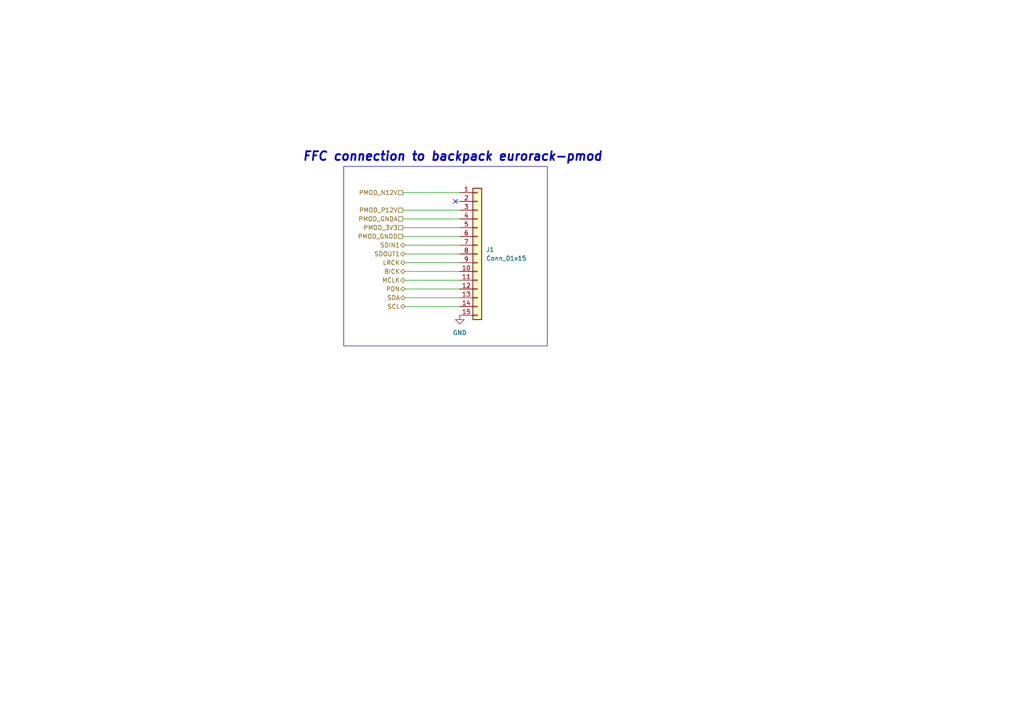
<source format=kicad_sch>
(kicad_sch (version 20231120) (generator "eeschema") (generator_version "8.0")
  (paper "A4")
  (lib_symbols
    (symbol "Connector_Generic:Conn_01x15" (pin_names (offset 1.016) hide)
      (property "Reference" "J" (at 0 20.32 0))
      (property "Value" "Conn_01x15" (at 0 -20.32 0))
      (symbol "Conn_01x15_1_1"
        (rectangle (start -1.27 -17.653) (end 0 -17.907) (stroke (width 0.1524)))
        (rectangle (start -1.27 -15.113) (end 0 -15.367) (stroke (width 0.1524)))
        (rectangle (start -1.27 -12.573) (end 0 -12.827) (stroke (width 0.1524)))
        (rectangle (start -1.27 -10.033) (end 0 -10.287) (stroke (width 0.1524)))
        (rectangle (start -1.27 -7.493) (end 0 -7.747) (stroke (width 0.1524)))
        (rectangle (start -1.27 -4.953) (end 0 -5.207) (stroke (width 0.1524)))
        (rectangle (start -1.27 -2.413) (end 0 -2.667) (stroke (width 0.1524)))
        (rectangle (start -1.27 0.127) (end 0 -0.127) (stroke (width 0.1524)))
        (rectangle (start -1.27 2.667) (end 0 2.413) (stroke (width 0.1524)))
        (rectangle (start -1.27 5.207) (end 0 4.953) (stroke (width 0.1524)))
        (rectangle (start -1.27 7.747) (end 0 7.493) (stroke (width 0.1524)))
        (rectangle (start -1.27 10.287) (end 0 10.033) (stroke (width 0.1524)))
        (rectangle (start -1.27 12.827) (end 0 12.573) (stroke (width 0.1524)))
        (rectangle (start -1.27 15.367) (end 0 15.113) (stroke (width 0.1524)))
        (rectangle (start -1.27 17.907) (end 0 17.653) (stroke (width 0.1524)))
        (rectangle (start -1.27 19.05) (end 1.27 -19.05) (stroke (width 0.254)) (fill (type background)))
        (pin passive line (at -5.08 17.78 0) (length 3.81) (name "Pin_1") (number "1"))
        (pin passive line (at -5.08 -5.08 0) (length 3.81) (name "Pin_10") (number "10"))
        (pin passive line (at -5.08 -7.62 0) (length 3.81) (name "Pin_11") (number "11"))
        (pin passive line (at -5.08 -10.16 0) (length 3.81) (name "Pin_12") (number "12"))
        (pin passive line (at -5.08 -12.7 0) (length 3.81) (name "Pin_13") (number "13"))
        (pin passive line (at -5.08 -15.24 0) (length 3.81) (name "Pin_14") (number "14"))
        (pin passive line (at -5.08 -17.78 0) (length 3.81) (name "Pin_15") (number "15"))
        (pin passive line (at -5.08 15.24 0) (length 3.81) (name "Pin_2") (number "2"))
        (pin passive line (at -5.08 12.7 0) (length 3.81) (name "Pin_3") (number "3"))
        (pin passive line (at -5.08 10.16 0) (length 3.81) (name "Pin_4") (number "4"))
        (pin passive line (at -5.08 7.62 0) (length 3.81) (name "Pin_5") (number "5"))
        (pin passive line (at -5.08 5.08 0) (length 3.81) (name "Pin_6") (number "6"))
        (pin passive line (at -5.08 2.54 0) (length 3.81) (name "Pin_7") (number "7"))
        (pin passive line (at -5.08 0 0) (length 3.81) (name "Pin_8") (number "8"))
        (pin passive line (at -5.08 -2.54 0) (length 3.81) (name "Pin_9") (number "9"))
      )
    )
    (symbol "power:GND" (power) (pin_numbers hide) (pin_names (offset 0) hide)
      (property "Value" "GND" (at 0 -3.81 0))
      (symbol "GND_0_1"
        (polyline (pts (xy 0 0) (xy 0 -1.27) (xy 1.27 -1.27) (xy 0 -2.54) (xy -1.27 -1.27) (xy 0 -1.27)))
      )
      (symbol "GND_1_1"
        (pin power_in line (at 0 0 270) (length 0) (name "~") (number "1"))
      )
    )
  )
  (no_connect (at 132.08 58.42))
  (wire (pts (xy 133.35 81.28) (xy 117.475 81.28)))
  (wire (pts (xy 116.84 55.88) (xy 133.35 55.88)))
  (wire (pts (xy 133.35 71.12) (xy 117.475 71.12)))
  (wire (pts (xy 133.35 88.9) (xy 117.475 88.9)))
  (wire (pts (xy 133.35 78.74) (xy 117.475 78.74)))
  (wire (pts (xy 133.35 86.36) (xy 117.475 86.36)))
  (wire (pts (xy 133.35 83.82) (xy 117.475 83.82)))
  (wire (pts (xy 116.84 68.58) (xy 133.35 68.58)))
  (wire (pts (xy 116.84 63.5) (xy 133.35 63.5)))
  (wire (pts (xy 116.84 66.04) (xy 133.35 66.04)))
  (wire (pts (xy 116.84 60.96) (xy 133.35 60.96)))
  (wire (pts (xy 132.08 58.42) (xy 133.35 58.42)))
  (wire (pts (xy 133.35 76.2) (xy 117.475 76.2)))
  (wire (pts (xy 133.35 73.66) (xy 117.475 73.66)))
  (rectangle (start 99.695 48.26) (end 158.75 100.33))
  (text "FFC connection to backpack eurorack-pmod" (at 87.63 46.99 0) (effects (font (size 2.54 2.54) (thickness 0.508) (bold yes) (italic yes)) (justify left bottom)))
  (hierarchical_label "PMOD_GNDA" (shape passive) (at 116.84 63.5 180))
  (hierarchical_label "SDIN1" (shape bidirectional) (at 117.475 71.12 180))
  (hierarchical_label "PMOD_GNDD" (shape passive) (at 116.84 68.58 180))
  (hierarchical_label "PMOD_N12V" (shape passive) (at 116.84 55.88 180))
  (hierarchical_label "BICK" (shape bidirectional) (at 117.475 78.74 180))
  (hierarchical_label "SDOUT1" (shape bidirectional) (at 117.475 73.66 180))
  (hierarchical_label "SDA" (shape bidirectional) (at 117.475 86.36 180))
  (hierarchical_label "LRCK" (shape bidirectional) (at 117.475 76.2 180))
  (hierarchical_label "PMOD_3V3" (shape passive) (at 116.84 66.04 180))
  (hierarchical_label "PDN" (shape bidirectional) (at 117.475 83.82 180))
  (hierarchical_label "SCL" (shape bidirectional) (at 117.475 88.9 180))
  (hierarchical_label "MCLK" (shape bidirectional) (at 117.475 81.28 180))
  (hierarchical_label "PMOD_P12V" (shape passive) (at 116.84 60.96 180))
  (symbol (lib_id "power:GND") (at 133.35 91.44 0) (unit 1)
    (property "Reference" "#PWR067" (effects (hide yes)))
    (property "Value" "GND" (at 133.35 96.52 0))
    (property "Description" "Power symbol creates a global label with name \"GND\" , ground" (effects (hide yes)))
  )
  (symbol (lib_id "Connector_Generic:Conn_01x15") (at 138.43 73.66 0) (unit 1)
    (property "Reference" "J1" (at 140.97 72.3899 0) (effects (justify left)))
    (property "Value" "Conn_01x15" (at 140.97 74.9299 0) (effects (justify left)))
    (property "Footprint" "ffc-ctxj:FFC_0.5-14P_CTXJ-H2.0_1" (effects (hide yes)))
    (property "Description" "Generic connector, single row, 01x15, script generated (kicad-library-utils/schlib/autogen/connector/)" (effects (hide yes)))
    (property "lcsc#" "C5378715" (effects (hide yes)))
  )
)
</source>
